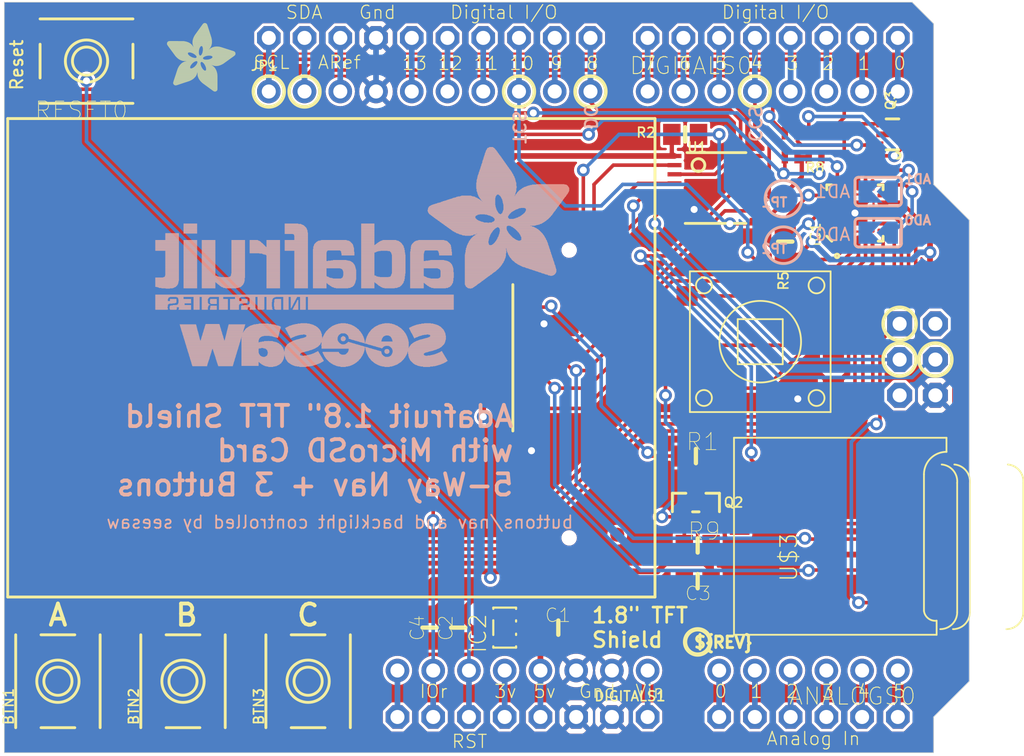
<source format=kicad_pcb>
(kicad_pcb (version 20221018) (generator pcbnew)
  (layers (0 "F.Cu" signal) (1 "In1.Cu" signal) (2 "In2.Cu" signal) (3 "In3.Cu" signal) (4 "In4.Cu" signal) (5 "In5.Cu" signal) (6 "In6.Cu" signal) (7 "In7.Cu" signal) (8 "In8.Cu" signal) (9 "In9.Cu" signal) (10 "In10.Cu" signal) (11 "In11.Cu" signal) (12 "In12.Cu" signal) (13 "In13.Cu" signal) (14 "In14.Cu" signal) (31 "B.Cu" signal) (34 "B.Paste" user) (35 "F.Paste" user) (36 "B.SilkS" user "B.Silkscreen") (37 "F.SilkS" user "F.Silkscreen") (38 "B.Mask" user) (39 "F.Mask" user) (44 "Edge.Cuts" user))
  (net 0 "")
  (net 1 "GND")
  (net 2 "SCK")
  (net 3 "SCK_3V")
  (net 4 "MOSI")
  (net 5 "MOSI_3V")
  (net 6 "MISO")
  (net 7 "+3V3")
  (net 8 "SD_CS")
  (net 9 "N$4")
  (net 10 "N$5")
  (net 11 "D9")
  (net 12 "TFT_DC")
  (net 13 "TFTDC_3V")
  (net 14 "TFT_CS")
  (net 15 "TFTRESET_3V")
  (net 16 "+5V")
  (net 17 "D7")
  (net 18 "D6")
  (net 19 "D5")
  (net 20 "D3")
  (net 21 "D2")
  (net 22 "D1")
  (net 23 "D0")
  (net 24 "AREF")
  (net 25 "A5")
  (net 26 "A4")
  (net 27 "A2")
  (net 28 "A1")
  (net 29 "A0")
  (net 30 "VIN")
  (net 31 "+3.3V")
  (net 32 "N$6")
  (net 33 "N$10")
  (net 34 "N$11")
  (net 35 "~{RESET}")
  (net 36 "N$16")
  (net 37 "N$18")
  (net 38 "TFTCS_3V")
  (net 39 "SDCS_3V")
  (net 40 "SWDIO")
  (net 41 "SWCLK")
  (net 42 "PA02_A0")
  (net 43 "PA04")
  (net 44 "PA06")
  (net 45 "PA10")
  (net 46 "PA14")
  (net 47 "PA15")
  (net 48 "PA16_D16")
  (net 49 "PA17_D17")
  (net 50 "PA22_SDA")
  (net 51 "PA23_SCL")
  (net 52 "PA24_D-")
  (net 53 "PA25_D+")
  (net 54 "IND_LED")
  (net 55 "SCL")
  (net 56 "SDA")
  (net 57 "VDDIO")
  (net 58 "PA08")
  (net 59 "PA09")
  (net 60 "PA07")
  (net 61 "PA11")
  (net 62 "PA05")
  (footprint "working:RESPACK_4X0603_NO" (layer "F.Cu") (at 170.9801 88.4936 180)
    (fp_text reference "R8")
    (fp_text value "10K")
  )
  (footprint "working:ARDUINOR3_ICSP" (layer "F.Cu") (at 114.2111 131.6736)
    (fp_text reference "M1" hide)
    (fp_text value "ARDUINO_R3_ICSP" hide)
    (fp_line (start 0 -53.34) (end 0 0) (stroke (width 0.05)) (layer "Edge.Cuts"))
    (fp_line (start 0 0) (end 66.04 0) (stroke (width 0.05)) (layer "Edge.Cuts"))
    (fp_line (start 64.516 -53.34) (end 0 -53.34) (stroke (width 0.05)) (layer "Edge.Cuts"))
    (fp_line (start 66.04 -51.816) (end 64.516 -53.34) (stroke (width 0.05)) (layer "Edge.Cuts"))
    (fp_line (start 66.04 -40.386) (end 66.04 -51.816) (stroke (width 0.05)) (layer "Edge.Cuts"))
    (fp_line (start 66.04 -2.54) (end 68.58 -5.08) (stroke (width 0.05)) (layer "Edge.Cuts"))
    (fp_line (start 66.04 0) (end 66.04 -2.54) (stroke (width 0.05)) (layer "Edge.Cuts"))
    (fp_line (start 68.58 -37.846) (end 66.04 -40.386) (stroke (width 0.05)) (layer "Edge.Cuts"))
    (fp_line (start 68.58 -5.08) (end 68.58 -37.846) (stroke (width 0.05)) (layer "Edge.Cuts"))
  )
  (footprint "working:SOT23-WIDE" (layer "F.Cu") (at 163.3601 113.8936)
    (fp_text reference "Q2")
    (fp_text value "BSS138")
  )
  (footprint "working:EVQ-Q2_SMALLER" (layer "F.Cu") (at 118.0211 126.5936 90)
    (fp_text reference "BTN1")
    (fp_text value "EVQQ")
  )
  (footprint "working:0805-NO" (layer "F.Cu") (at 169.7101 95.3516 -90)
    (fp_text reference "R5")
    (fp_text value "1K")
  )
  (footprint "working:ADAFRUIT_5MM" (layer "F.Cu") (at 125.7681 84.6836)
    (fp_text reference "U$7" hide)
    (fp_text value "" hide)
  )
  (footprint "working:FIDUCIAL_1MM" (layer "F.Cu") (at 157.7721 116.1796)
    (fp_text reference "FID3" hide)
    (fp_text value "FIDUCIAL_1MM" hide)
  )
  (footprint "working:0805-NO" (layer "F.Cu") (at 163.4871 119.4816 180)
    (fp_text reference "C3")
    (fp_text value "0.1uF")
  )
  (footprint "working:1X08_ROUND" (layer "F.Cu") (at 151.0411 125.8316 180)
    (fp_text reference "DIGITALS1")
    (fp_text value "")
  )
  (footprint "working:TSSOP16" (layer "F.Cu") (at 164.7571 91.5416 -90)
    (fp_text reference "U1")
    (fp_text value "74HC4050")
  )
  (footprint "working:SOT363" (layer "F.Cu") (at 177.3301 87.7316 90)
    (fp_text reference "Q3")
    (fp_text value "BSS138")
  )
  (footprint "working:0805-NO" (layer "F.Cu") (at 163.4871 116.9416)
    (fp_text reference "R9")
    (fp_text value "10K")
  )
  (footprint "working:0805-NO" (layer "F.Cu") (at 163.3601 110.5916)
    (fp_text reference "R1")
    (fp_text value "22 ohm")
  )
  (footprint "working:SKQUBAE010" (layer "F.Cu") (at 167.9321 102.4636)
    (fp_text reference "SW1" hide)
    (fp_text value "NAVSWITCHSKQUABAUE010" hide)
  )
  (footprint "working:1X10_ROUND" (layer "F.Cu") (at 144.4371 84.6836)
    (fp_text reference "JP1")
    (fp_text value "")
  )
  (footprint "working:SOT23-5L" (layer "F.Cu") (at 149.7711 122.7836 90)
    (fp_text reference "IC2")
    (fp_text value "AP2112K-3.3")
  )
  (footprint "working:FIDUCIAL_1MM" (layer "F.Cu") (at 117.3861 88.3666)
    (fp_text reference "FID1" hide)
    (fp_text value "FIDUCIAL_1MM" hide)
  )
  (footprint "working:1X08_ROUND" (layer "F.Cu") (at 168.8211 84.6836)
    (fp_text reference "DIGITALS0")
    (fp_text value "")
  )
  (footprint "working:PCBFEAT-REV-040" (layer "F.Cu") (at 163.4871 123.7996)
    (fp_text reference "U$9" hide)
    (fp_text value "" hide)
  )
  (footprint "working:JD-T1800" (layer "F.Cu") (at 137.4521 103.6066 90)
    (fp_text reference "U$1" hide)
    (fp_text value "DISP_LCD_JDT1800" hide)
  )
  (footprint "working:EVQ-Q2_SMALLER" (layer "F.Cu") (at 120.0531 82.5246 180)
    (fp_text reference "RESET0")
    (fp_text value "EVQQ")
  )
  (footprint "working:0805-NO" (layer "F.Cu") (at 153.5811 122.7836)
    (fp_text reference "C1")
    (fp_text value "10uF")
  )
  (footprint "working:0805-NO" (layer "F.Cu") (at 144.4371 122.7836 90)
    (fp_text reference "C4")
    (fp_text value "0.1uF")
  )
  (footprint "working:QFN24_4MM" (layer "F.Cu") (at 174.6631 93.3196 90)
    (fp_text reference "IC1")
    (fp_text value "ATSAMD09D14A-MU")
  )
  (footprint "working:MICROSD" (layer "F.Cu") (at 166.0271 123.2916 90)
    (fp_text reference "U$3")
    (fp_text value "MICROSD" hide)
  )
  (footprint "working:0805-NO" (layer "F.Cu") (at 162.5981 87.7316 180)
    (fp_text reference "R2")
    (fp_text value "10K")
  )
  (footprint "working:0805-NO" (layer "F.Cu") (at 146.4691 122.7836 90)
    (fp_text reference "C2")
    (fp_text value "10uF")
  )
  (footprint "working:EVQ-Q2_SMALLER" (layer "F.Cu") (at 126.9111 126.5936 90)
    (fp_text reference "BTN2")
    (fp_text value "EVQQ")
  )
  (footprint "working:1X06_ROUND" (layer "F.Cu") (at 171.3611 125.8316 180)
    (fp_text reference "ANALOGS0")
    (fp_text value "")
  )
  (footprint "working:EVQ-Q2_SMALLER" (layer "F.Cu") (at 135.8011 126.5936 90)
    (fp_text reference "BTN3")
    (fp_text value "EVQQ")
  )
  (footprint "working:ADAFRUIT_TEXT_30MM" (layer "B.Cu") (at 154.5971 100.1776 180)
    (fp_text reference "U$5" hide)
    (fp_text value "" hide)
  )
  (footprint "working:SOLDERJUMPER_ARROW_NOPASTE" (layer "B.Cu") (at 176.3141 91.7956 180)
    (fp_text reference "AD1")
    (fp_text value "")
  )
  (footprint "working:TESTPOINT_ROUND_2MM" (layer "B.Cu") (at 169.5831 95.6056 180)
    (fp_text reference "TP2")
    (fp_text value "")
  )
  (footprint "working:SOLDERJUMPER_ARROW_NOPASTE" (layer "B.Cu") (at 176.3141 94.7166 180)
    (fp_text reference "AD0")
    (fp_text value "")
  )
  (footprint "working:TESTPOINT_ROUND_2MM" (layer "B.Cu") (at 169.5831 92.3036 180)
    (fp_text reference "TP1")
    (fp_text value "")
  )
  (footprint "working:SEESAW_LOGO" (layer "B.Cu") (at 145.7071 104.2416 180)
    (fp_text reference "U$8" hide)
    (fp_text value "" hide)
  )
  (gr_circle (center 135.5471 84.6836) (end 136.639593 84.6836) (stroke (width 0.254)) (fill none) (layer "F.SilkS"))
  (gr_circle (center 155.8671 84.6836) (end 156.959593 84.6836) (stroke (width 0.254)) (fill none) (layer "F.SilkS"))
  (gr_circle (center 167.5511 84.6836) (end 168.643593 84.6836) (stroke (width 0.254)) (fill none) (layer "F.SilkS"))
  (gr_circle (center 180.3781 103.7336) (end 181.548981 103.7336) (stroke (width 0.254)) (fill none) (layer "F.SilkS"))
  (gr_circle (center 150.7871 84.6836) (end 151.879593 84.6836) (stroke (width 0.254)) (fill none) (layer "F.SilkS"))
  (gr_circle (center 177.8381 101.1936) (end 179.008981 101.1936) (stroke (width 0.254)) (fill none) (layer "F.SilkS"))
  (gr_circle (center 177.8381 103.7336) (end 179.008981 103.7336) (stroke (width 0.254)) (fill none) (layer "F.SilkS"))
  (gr_circle (center 133.0071 84.6836) (end 134.099593 84.6836) (stroke (width 0.254)) (fill none) (layer "F.SilkS"))
  (gr_text "Adafruit 1.8\" TFT Shield\nwith MicroSD Card\n5-Way Nav + 3 Buttons" (at 150.5331 110.2106) (layer "B.SilkS") (effects (font (size 1.5113 1.5113) (thickness 0.2667)) (justify left mirror)))
  (gr_text "TCS" (at 150.2791 88.4936 -90) (layer "B.SilkS") (effects (font (size 0.8636 0.8636) (thickness 0.1524)) (justify left bottom mirror)))
  (gr_text "CCS" (at 167.0431 88.3666 -90) (layer "B.SilkS") (effects (font (size 0.8636 0.8636) (thickness 0.1524)) (justify left bottom mirror)))
  (gr_text "buttons/nav and backlight controlled by seesaw" (at 154.7241 115.2906) (layer "B.SilkS") (effects (font (size 0.89408 0.89408) (thickness 0.12192)) (justify left mirror)))
  (gr_text "AD1" (at 174.4091 91.7956) (layer "B.SilkS") (effects (font (size 0.89408 0.89408) (thickness 0.12192)) (justify left mirror)))
  (gr_text "DC" (at 155.3591 87.4776 -90) (layer "B.SilkS") (effects (font (size 0.8636 0.8636) (thickness 0.1524)) (justify left bottom mirror)))
  (gr_text "AD0" (at 174.4091 94.8436) (layer "B.SilkS") (effects (font (size 0.89408 0.89408) (thickness 0.12192)) (justify left mirror)))
  (gr_text "Reset" (at 115.6081 84.6836 90) (layer "F.SilkS") (effects (font (size 0.87376 0.87376) (thickness 0.14224)) (justify left bottom)))
  (gr_text "B" (at 127.1651 121.8946) (layer "F.SilkS") (effects (font (size 1.5113 1.5113) (thickness 0.2667))))
  (gr_text "C" (at 135.8011 121.8946) (layer "F.SilkS") (effects (font (size 1.5113 1.5113) (thickness 0.2667))))
  (gr_text "A" (at 118.0211 121.8946) (layer "F.SilkS") (effects (font (size 1.5113 1.5113) (thickness 0.2667))))
  (gr_text "1.8\" TFT\nShield" (at 155.8671 122.7836) (layer "F.SilkS") (effects (font (size 1.0795 1.0795) (thickness 0.1905)) (justify left)))
  (segment (start 172.6631 94.0696) (end 174.6631 94.0696) (width 0.3048) (layer "F.Cu") (net 1))
  (segment (start 174.6631 94.0696) (end 174.6631 93.3196) (width 0.3048) (layer "F.Cu") (net 1))
  (via (at 174.6631 93.3196) (size 0.9064) (drill 0.5) (layers "F.Cu" "B.Cu") (net 1))
  (via (at 163.2331 93.0656) (size 0.9064) (drill 0.5) (layers "F.Cu" "B.Cu") (net 1))
  (via (at 170.5991 106.5276) (size 0.9064) (drill 0.5) (layers "F.Cu" "B.Cu") (net 1))
  (via (at 152.5651 101.1936) (size 0.9064) (drill 0.5) (layers "F.Cu" "B.Cu") (net 1))
  (via (at 151.6761 110.2106) (size 0.9064) (drill 0.5) (layers "F.Cu" "B.Cu") (net 1))
  (segment (start 140.6271 80.8736) (end 140.6271 84.6836) (width 0.4064) (layer "B.Cu") (net 1))
  (segment (start 160.4391 93.5736) (end 160.4391 94.0816) (width 0.254) (layer "F.Cu") (net 2))
  (segment (start 160.8461 93.1666) (end 160.4391 93.5736) (width 0.254) (layer "F.Cu") (net 2))
  (segment (start 161.8393 93.1666) (end 160.8461 93.1666) (width 0.254) (layer "F.Cu") (net 2))
  (via (at 160.4391 94.0816) (size 0.9064) (drill 0.5) (layers "F.Cu" "B.Cu") (net 2))
  (segment (start 170.0911 103.7336) (end 177.8381 103.7336) (width 0.254) (layer "B.Cu") (net 2))
  (segment (start 160.4391 94.0816) (end 170.0911 103.7336) (width 0.254) (layer "B.Cu") (net 2))
  (segment (start 157.6451 95.3516) (end 160.4801 92.5166) (width 0.254) (layer "F.Cu") (net 3))
  (segment (start 152.3681 104.8066) (end 153.3271 105.7656) (width 0.254) (layer "F.Cu") (net 3))
  (segment (start 176.6671 118.6916) (end 171.3891 118.6916) (width 0.254) (layer "F.Cu") (net 3))
  (segment (start 157.6451 103.7336) (end 157.6451 95.3516) (width 0.254) (layer "F.Cu") (net 3))
  (segment (start 150.5521 104.8066) (end 152.3681 104.8066) (width 0.254) (layer "F.Cu") (net 3))
  (segment (start 160.4801 92.5166) (end 161.8393 92.5166) (width 0.254) (layer "F.Cu") (net 3))
  (segment (start 171.3891 118.6916) (end 171.3611 118.7196) (width 0.254) (layer "F.Cu") (net 3))
  (segment (start 155.6131 105.7656) (end 153.3271 105.7656) (width 0.254) (layer "F.Cu") (net 3))
  (segment (start 155.6131 105.7656) (end 157.6451 103.7336) (width 0.254) (layer "F.Cu") (net 3))
  (via (at 153.3271 105.7656) (size 0.9064) (drill 0.5) (layers "F.Cu" "B.Cu") (net 3))
  (via (at 171.3611 118.7196) (size 0.9064) (drill 0.5) (layers "F.Cu" "B.Cu") (net 3))
  (segment (start 153.3271 112.6236) (end 153.3271 105.7656) (width 0.254) (layer "B.Cu") (net 3))
  (segment (start 171.3611 118.7196) (end 159.4231 118.7196) (width 0.254) (layer "B.Cu") (net 3))
  (segment (start 159.4231 118.7196) (end 153.3271 112.6236) (width 0.254) (layer "B.Cu") (net 3))
  (segment (start 159.8601 91.8666) (end 158.9151 92.8116) (width 0.254) (layer "F.Cu") (net 4))
  (segment (start 161.8393 91.8666) (end 159.8601 91.8666) (width 0.254) (layer "F.Cu") (net 4))
  (via (at 158.9151 92.8116) (size 0.9064) (drill 0.5) (layers "F.Cu" "B.Cu") (net 4))
  (segment (start 179.9971 103.7336) (end 180.3781 103.7336) (width 0.254) (layer "B.Cu") (net 4))
  (segment (start 178.7271 105.0036) (end 179.9971 103.7336) (width 0.254) (layer "B.Cu") (net 4))
  (segment (start 169.3291 105.0036) (end 158.9151 94.5896) (width 0.254) (layer "B.Cu") (net 4))
  (segment (start 169.3291 105.0036) (end 178.7271 105.0036) (width 0.254) (layer "B.Cu") (net 4))
  (segment (start 158.9151 94.5896) (end 158.9151 92.8116) (width 0.254) (layer "B.Cu") (net 4))
  (segment (start 154.0891 103.9876) (end 154.6161 104.5146) (width 0.254) (layer "F.Cu") (net 5))
  (segment (start 171.1651 116.4916) (end 171.1071 116.4336) (width 0.254) (layer "F.Cu") (net 5))
  (segment (start 150.5521 104.0066) (end 150.5331 103.9876) (width 0.254) (layer "F.Cu") (net 5))
  (segment (start 159.2401 91.2166) (end 161.8393 91.2166) (width 0.254) (layer "F.Cu") (net 5))
  (segment (start 176.6671 116.4916) (end 171.1651 116.4916) (width 0.254) (layer "F.Cu") (net 5))
  (segment (start 156.8831 103.2256) (end 156.8831 93.5736) (width 0.254) (layer "F.Cu") (net 5))
  (segment (start 155.5941 104.5146) (end 156.8831 103.2256) (width 0.254) (layer "F.Cu") (net 5))
  (segment (start 150.5331 103.9876) (end 154.0891 103.9876) (width 0.254) (layer "F.Cu") (net 5))
  (segment (start 154.6161 104.5146) (end 154.8511 104.5146) (width 0.254) (layer "F.Cu") (net 5))
  (segment (start 156.8831 93.5736) (end 159.2401 91.2166) (width 0.254) (layer "F.Cu") (net 5))
  (segment (start 154.8511 104.5146) (end 155.5941 104.5146) (width 0.254) (layer "F.Cu") (net 5))
  (via (at 171.1071 116.4336) (size 0.9064) (drill 0.5) (layers "F.Cu" "B.Cu") (net 5))
  (via (at 154.8511 104.5146) (size 0.9064) (drill 0.5) (layers "F.Cu" "B.Cu") (net 5))
  (segment (start 171.1071 116.4336) (end 158.9151 116.4336) (width 0.254) (layer "B.Cu") (net 5))
  (segment (start 154.8511 112.3696) (end 154.8511 104.5146) (width 0.254) (layer "B.Cu") (net 5))
  (segment (start 158.9151 116.4336) (end 154.8511 112.3696) (width 0.254) (layer "B.Cu") (net 5))
  (segment (start 176.6671 120.8916) (end 176.5531 121.0056) (width 0.254) (layer "F.Cu") (net 6))
  (segment (start 176.4411 108.0516) (end 176.4411 102.4636) (width 0.254) (layer "F.Cu") (net 6))
  (segment (start 177.7111 101.1936) (end 177.8381 101.1936) (width 0.254) (layer "F.Cu") (net 6))
  (segment (start 176.5531 121.0056) (end 174.9171 121.0056) (width 0.254) (layer "F.Cu") (net 6))
  (segment (start 176.4411 102.4636) (end 177.7111 101.1936) (width 0.254) (layer "F.Cu") (net 6))
  (segment (start 176.1871 108.3056) (end 176.4411 108.0516) (width 0.254) (layer "F.Cu") (net 6))
  (via (at 176.1871 108.3056) (size 0.9064) (drill 0.5) (layers "F.Cu" "B.Cu") (net 6))
  (via (at 174.9171 121.0056) (size 0.9064) (drill 0.5) (layers "F.Cu" "B.Cu") (net 6))
  (segment (start 175.6791 108.3056) (end 176.1871 108.3056) (width 0.254) (layer "B.Cu") (net 6))
  (segment (start 174.4091 120.4976) (end 174.4091 109.5756) (width 0.254) (layer "B.Cu") (net 6))
  (segment (start 174.4091 109.5756) (end 175.6791 108.3056) (width 0.254) (layer "B.Cu") (net 6))
  (segment (start 174.9171 121.0056) (end 174.4091 120.4976) (width 0.254) (layer "B.Cu") (net 6))
  (segment (start 161.6481 89.0754) (end 161.6481 87.7316) (width 0.3048) (layer "F.Cu") (net 7))
  (segment (start 178.2301 87.7316) (end 179.2351 87.7316) (width 0.4064) (layer "F.Cu") (net 7))
  (segment (start 164.5791 117.5916) (end 164.4371 117.4496) (width 0.4064) (layer "F.Cu") (net 7))
  (segment (start 181.7751 99.4156) (end 181.7751 107.5436) (width 0.4064) (layer "F.Cu") (net 7))
  (segment (start 148.2471 107.7976) (end 148.2471 106.4066) (width 0.4064) (layer "F.Cu") (net 7))
  (segment (start 179.2351 87.7316) (end 179.4891 87.9856) (width 0.4064) (layer "F.Cu") (net 7))
  (segment (start 164.4371 116.9416) (end 164.4371 118.6536) (width 0.4064) (layer "F.Cu") (net 7))
  (segment (start 179.9971 96.1136) (end 179.9971 97.6376) (width 0.4064) (layer "F.Cu") (net 7))
  (segment (start 179.9971 97.6376) (end 181.7751 99.4156) (width 0.4064) (layer "F.Cu") (net 7))
  (segment (start 177.0671 117.5916) (end 164.5791 117.5916) (width 0.4064) (layer "F.Cu") (net 7))
  (segment (start 143.4211 123.7996) (end 144.3711 123.7996) (width 0.4064) (layer "F.Cu") (net 7))
  (segment (start 181.7751 107.5436) (end 181.2671 108.0516) (width 0.4064) (layer "F.Cu") (net 7))
  (segment (start 170.5991 89.3626) (end 170.5801 89.3436) (width 0.3048) (layer "F.Cu") (net 7))
  (segment (start 170.884296 89.3436) (end 170.884296 90.748404) (width 0.3048) (layer "F.Cu") (net 7))
  (segment (start 164.4371 116.9416) (end 164.4371 117.4496) (width 0.4064) (layer "F.Cu") (net 7))
  (segment (start 144.3711 123.7996) (end 144.4371 123.7336) (width 0.4064) (layer "F.Cu") (net 7))
  (segment (start 150.5521 106.4066) (end 148.2471 106.4066) (width 0.4064) (layer "F.Cu") (net 7))
  (segment (start 148.814421 119.168279) (end 148.7551 119.2276) (width 0.4064) (layer "F.Cu") (net 7))
  (segment (start 169.3291 96.3016) (end 169.7101 96.3016) (width 0.3048) (layer "F.Cu") (net 7))
  (segment (start 150.5521 100.8066) (end 148.2471 100.8066) (width 0.4064) (layer "F.Cu") (net 7))
  (segment (start 150.5221 89.2666) (end 148.2471 91.5416) (width 0.4064) (layer "F.Cu") (net 7))
  (segment (start 148.4711 123.7336) (end 146.4691 123.7336) (width 0.4064) (layer "F.Cu") (net 7))
  (segment (start 163.9951 118.2116) (end 164.4371 118.6536) (width 0.4064) (layer "F.Cu") (net 7))
  (segment (start 148.2471 100.8066) (end 148.2471 105.5116) (width 0.4064) (layer "F.Cu") (net 7))
  (segment (start 150.5521 105.5116) (end 150.5521 105.6066) (width 0.4064) (layer "F.Cu") (net 7))
  (segment (start 170.884296 89.3436) (end 170.5801 89.3436) (width 0.3048) (layer "F.Cu") (net 7))
  (segment (start 148.2471 106.4066) (end 148.2471 105.5116) (width 0.4064) (layer "F.Cu") (net 7))
  (segment (start 148.2471 91.5416) (end 148.2471 100.8066) (width 0.4064) (layer "F.Cu") (net 7))
  (segment (start 146.4691 123.7336) (end 144.4371 123.7336) (width 0.4064) (layer "F.Cu") (net 7))
  (segment (start 179.9971 91.7956) (end 179.9971 96.1136) (width 0.4064) (layer "F.Cu") (net 7))
  (segment (start 144.3711 118.7856) (end 142.9131 120.2436) (width 0.4064) (layer "F.Cu") (net 7))
  (segment (start 168.5671 95.5396) (end 169.3291 96.3016) (width 0.3048) (layer "F.Cu") (net 7))
  (segment (start 148.814421 118.7856) (end 160.6271 118.7856) (width 0.4064) (layer "F.Cu") (net 7))
  (segment (start 179.4891 87.9856) (end 179.4891 91.2876) (width 0.4064) (layer "F.Cu") (net 7))
  (segment (start 161.8393 89.2666) (end 161.6481 89.0754) (width 0.3048) (layer "F.Cu") (net 7))
  (segment (start 160.6271 118.7856) (end 161.2011 118.2116) (width 0.4064) (layer "F.Cu") (net 7))
  (segment (start 169.8371 91.7956) (end 169.8371 92.3036) (width 0.3048) (layer "F.Cu") (net 7))
  (segment (start 148.814421 118.7856) (end 148.814421 119.168279) (width 0.4064) (layer "F.Cu") (net 7))
  (segment (start 148.2471 105.5116) (end 150.5521 105.5116) (width 0.4064) (layer "F.Cu") (net 7))
  (segment (start 178.2191 108.8136) (end 178.2191 117.4496) (width 0.4064) (layer "F.Cu") (net 7))
  (segment (start 144.3711 118.7856) (end 148.814421 118.7856) (width 0.4064) (layer "F.Cu") (net 7))
  (segment (start 176.4301 87.7316) (end 178.2301 87.7316) (width 0.4064) (layer "F.Cu") (net 7))
  (segment (start 171.8811 95.3516) (end 171.6151 95.3516) (width 0.3048) (layer "F.Cu") (net 7))
  (segment (start 161.2011 118.2116) (end 163.9951 118.2116) (width 0.4064) (layer "F.Cu") (net 7))
  (segment (start 164.4371 118.6536) (end 164.4371 119.4816) (width 0.4064) (layer "F.Cu") (net 7))
  (segment (start 169.8371 92.3036) (end 168.5671 93.5736) (width 0.3048) (layer "F.Cu") (net 7))
  (segment (start 171.3801 89.3436) (end 170.884296 89.3436) (width 0.3048) (layer "F.Cu") (net 7))
  (segment (start 142.9131 123.2916) (end 143.4211 123.7996) (width 0.4064) (layer "F.Cu") (net 7))
  (segment (start 181.2671 108.0516) (end 178.9811 108.0516) (width 0.4064) (layer "F.Cu") (net 7))
  (segment (start 161.8393 89.2666) (end 150.5221 89.2666) (width 0.4064) (layer "F.Cu") (net 7))
  (segment (start 142.9131 120.2436) (end 142.9131 123.2916) (width 0.4064) (layer "F.Cu") (net 7))
  (segment (start 172.6631 94.5696) (end 171.8811 95.3516) (width 0.254) (layer "F.Cu") (net 7))
  (segment (start 170.884296 90.748404) (end 169.8371 91.7956) (width 0.3048) (layer "F.Cu") (net 7))
  (segment (start 177.2091 117.4496) (end 177.0671 117.5916) (width 0.4064) (layer "F.Cu") (net 7))
  (segment (start 178.9811 108.0516) (end 178.2191 108.8136) (width 0.4064) (layer "F.Cu") (net 7))
  (segment (start 168.5671 93.5736) (end 168.5671 95.5396) (width 0.3048) (layer "F.Cu") (net 7))
  (segment (start 171.6151 95.3516) (end 170.6651 96.3016) (width 0.3048) (layer "F.Cu") (net 7))
  (segment (start 179.4891 91.2876) (end 179.9971 91.7956) (width 0.4064) (layer "F.Cu") (net 7))
  (segment (start 178.2191 117.4496) (end 177.2091 117.4496) (width 0.4064) (layer "F.Cu") (net 7))
  (segment (start 170.6651 96.3016) (end 169.7101 96.3016) (width 0.3048) (layer "F.Cu") (net 7))
  (via (at 179.9971 96.1136) (size 0.9064) (drill 0.5) (layers "F.Cu" "B.Cu") (net 7))
  (via (at 148.7551 119.2276) (size 0.9064) (drill 0.5) (layers "F.Cu" "B.Cu") (net 7))
  (via (at 171.6151 95.3516) (size 0.9064) (drill 0.5) (layers "F.Cu" "B.Cu") (net 7))
  (via (at 148.2471 107.7976) (size 0.9064) (drill 0.5) (layers "F.Cu" "B.Cu") (net 7))
  (segment (start 172.8851 96.6216) (end 178.7271 96.6216) (width 0.4064) (layer "B.Cu") (net 7))
  (segment (start 178.7271 96.6216) (end 179.2351 96.1136) (width 0.4064) (layer "B.Cu") (net 7))
  (segment (start 148.7551 108.3056) (end 148.2471 107.7976) (width 0.4064) (layer "B.Cu") (net 7))
  (segment (start 171.6151 95.3516) (end 172.8851 96.6216) (width 0.4064) (layer "B.Cu") (net 7))
  (segment (start 148.7551 119.2276) (end 148.7551 108.3056) (width 0.4064) (layer "B.Cu") (net 7))
  (segment (start 179.2351 96.1136) (end 179.9971 96.1136) (width 0.4064) (layer "B.Cu") (net 7))
  (segment (start 168.5671 88.4936) (end 167.5511 87.4776) (width 0.254) (layer "F.Cu") (net 8))
  (segment (start 167.5511 87.4776) (end 167.5511 84.6836) (width 0.254) (layer "F.Cu") (net 8))
  (segment (start 168.2271 92.5166) (end 168.5671 92.1766) (width 0.254) (layer "F.Cu") (net 8))
  (segment (start 167.6749 92.5166) (end 168.2271 92.5166) (width 0.254) (layer "F.Cu") (net 8))
  (segment (start 168.5671 92.1766) (end 168.5671 88.4936) (width 0.254) (layer "F.Cu") (net 8))
  (segment (start 167.5511 84.6836) (end 167.5511 80.8736) (width 0.4064) (layer "B.Cu") (net 8))
  (segment (start 152.9901 100.0066) (end 150.5521 100.0066) (width 0.254) (layer "F.Cu") (net 9))
  (segment (start 160.1851 110.5916) (end 159.9311 110.3376) (width 0.254) (layer "F.Cu") (net 9))
  (segment (start 162.4101 110.5916) (end 160.1851 110.5916) (width 0.254) (layer "F.Cu") (net 9))
  (segment (start 153.0731 99.9236) (end 152.9901 100.0066) (width 0.254) (layer "F.Cu") (net 9))
  (via (at 159.9311 110.3376) (size 0.9064) (drill 0.5) (layers "F.Cu" "B.Cu") (net 9))
  (via (at 153.0731 99.9236) (size 0.9064) (drill 0.5) (layers "F.Cu" "B.Cu") (net 9))
  (segment (start 156.6291 103.7336) (end 153.0731 100.1776) (width 0.254) (layer "B.Cu") (net 9))
  (segment (start 153.0731 100.1776) (end 153.0731 99.9236) (width 0.254) (layer "B.Cu") (net 9))
  (segment (start 159.9311 110.3376) (end 156.6291 107.0356) (width 0.254) (layer "B.Cu") (net 9))
  (segment (start 156.6291 107.0356) (end 156.6291 103.7336) (width 0.254) (layer "B.Cu") (net 9))
  (segment (start 163.3601 112.8936) (end 163.3601 112.3696) (width 0.254) (layer "F.Cu") (net 10))
  (segment (start 164.3761 110.6576) (end 164.3101 110.5916) (width 0.254) (layer "F.Cu") (net 10))
  (segment (start 164.3761 111.3536) (end 164.3761 110.6576) (width 0.254) (layer "F.Cu") (net 10))
  (segment (start 163.3601 112.3696) (end 164.3761 111.3536) (width 0.254) (layer "F.Cu") (net 10))
  (segment (start 153.3271 80.8736) (end 153.3271 84.6836) (width 0.4064) (layer "B.Cu") (net 11))
  (segment (start 156.3751 85.9536) (end 155.8671 85.4456) (width 0.254) (layer "F.Cu") (net 12))
  (segment (start 166.5351 88.7476) (end 166.5351 86.7156) (width 0.254) (layer "F.Cu") (net 12))
  (segment (start 164.7161 90.5666) (end 166.5351 88.7476) (width 0.254) (layer "F.Cu") (net 12))
  (segment (start 165.7731 85.9536) (end 156.3751 85.9536) (width 0.254) (layer "F.Cu") (net 12))
  (segment (start 155.8671 85.4456) (end 155.8671 84.6836) (width 0.254) (layer "F.Cu") (net 12))
  (segment (start 166.5351 86.7156) (end 165.7731 85.9536) (width 0.254) (layer "F.Cu") (net 12))
  (segment (start 161.8393 90.5666) (end 164.7161 90.5666) (width 0.254) (layer "F.Cu") (net 12))
  (segment (start 155.8671 80.8736) (end 155.8671 84.6836) (width 0.4064) (layer "B.Cu") (net 12))
  (segment (start 157.4921 89.9166) (end 160.2861 89.9166) (width 0.254) (layer "F.Cu") (net 13))
  (segment (start 160.6931 89.9166) (end 161.8393 89.9166) (width 0.254) (layer "F.Cu") (net 13))
  (segment (start 160.2861 89.9166) (end 160.6931 89.9166) (width 0.254) (layer "F.Cu") (net 13))
  (segment (start 155.6321 103.2066) (end 156.1211 102.7176) (width 0.254) (layer "F.Cu") (net 13))
  (segment (start 156.1211 91.2876) (end 157.4921 89.9166) (width 0.254) (layer "F.Cu") (net 13))
  (segment (start 150.5521 103.2066) (end 155.6321 103.2066) (width 0.254) (layer "F.Cu") (net 13))
  (segment (start 156.1211 102.7176) (end 156.1211 91.2876) (width 0.254) (layer "F.Cu") (net 13))
  (segment (start 167.4099 94.0816) (end 167.6749 93.8166) (width 0.254) (layer "F.Cu") (net 14))
  (segment (start 165.7731 94.0816) (end 167.4099 94.0816) (width 0.254) (layer "F.Cu") (net 14))
  (via (at 165.7731 94.0816) (size 0.9064) (drill 0.5) (layers "F.Cu" "B.Cu") (net 14))
  (segment (start 154.0891 92.8116) (end 156.6291 92.8116) (width 0.254) (layer "B.Cu") (net 14))
  (segment (start 165.5191 94.0816) (end 165.7731 94.0816) (width 0.254) (layer "B.Cu") (net 14))
  (segment (start 150.7871 80.8736) (end 150.7871 84.6836) (width 0.4064) (layer "B.Cu") (net 14))
  (segment (start 150.7871 84.6836) (end 150.7871 89.5096) (width 0.254) (layer "B.Cu") (net 14))
  (segment (start 156.6291 92.8116) (end 158.1531 91.2876) (width 0.254) (layer "B.Cu") (net 14))
  (segment (start 158.1531 91.2876) (end 162.7251 91.2876) (width 0.254) (layer "B.Cu") (net 14))
  (segment (start 150.7871 89.5096) (end 154.0891 92.8116) (width 0.254) (layer "B.Cu") (net 14))
  (segment (start 162.7251 91.2876) (end 165.5191 94.0816) (width 0.254) (layer "B.Cu") (net 14))
  (segment (start 155.3591 101.9556) (end 155.3591 90.2716) (width 0.254) (layer "F.Cu") (net 15))
  (segment (start 165.0111 87.7316) (end 163.5481 87.7316) (width 0.254) (layer "F.Cu") (net 15))
  (segment (start 173.1391 96.6216) (end 173.9131 95.8476) (width 0.254) (layer "F.Cu") (net 15))
  (segment (start 154.9081 102.4066) (end 155.3591 101.9556) (width 0.254) (layer "F.Cu") (net 15))
  (segment (start 173.9131 95.8476) (end 173.9131 95.3196) (width 0.254) (layer "F.Cu") (net 15))
  (segment (start 167.0431 96.1136) (end 168.4401 97.5106) (width 0.254) (layer "F.Cu") (net 15))
  (segment (start 170.4721 97.5106) (end 171.3611 96.6216) (width 0.254) (layer "F.Cu") (net 15))
  (segment (start 168.4401 97.5106) (end 170.4721 97.5106) (width 0.254) (layer "F.Cu") (net 15))
  (segment (start 150.5521 102.4066) (end 154.9081 102.4066) (width 0.254) (layer "F.Cu") (net 15))
  (segment (start 171.3611 96.6216) (end 173.1391 96.6216) (width 0.254) (layer "F.Cu") (net 15))
  (via (at 165.0111 87.7316) (size 0.9064) (drill 0.5) (layers "F.Cu" "B.Cu") (net 15))
  (via (at 155.3591 90.2716) (size 0.9064) (drill 0.5) (layers "F.Cu" "B.Cu") (net 15))
  (via (at 167.0431 96.1136) (size 0.9064) (drill 0.5) (layers "F.Cu" "B.Cu") (net 15))
  (segment (start 165.0111 91.7956) (end 165.0111 87.7316) (width 0.254) (layer "B.Cu") (net 15))
  (segment (start 155.3591 90.2716) (end 157.8991 87.7316) (width 0.254) (layer "B.Cu") (net 15))
  (segment (start 167.0431 93.8276) (end 167.0431 96.1136) (width 0.254) (layer "B.Cu") (net 15))
  (segment (start 161.7091 87.7316) (end 165.0111 87.7316) (width 0.254) (layer "B.Cu") (net 15))
  (segment (start 165.0111 91.7956) (end 167.0431 93.8276) (width 0.254) (layer "B.Cu") (net 15))
  (segment (start 157.8991 87.7316) (end 161.7091 87.7316) (width 0.254) (layer "B.Cu") (net 15))
  (segment (start 151.0711 123.7336) (end 152.3111 123.7336) (width 0.4064) (layer "F.Cu") (net 16))
  (segment (start 152.3111 123.7336) (end 152.3111 123.7996) (width 0.4064) (layer "F.Cu") (net 16))
  (segment (start 152.6311 121.8336) (end 152.6311 122.7836) (width 0.4064) (layer "F.Cu") (net 16))
  (segment (start 151.0711 121.8336) (end 152.6311 121.8336) (width 0.4064) (layer "F.Cu") (net 16))
  (segment (start 152.3111 123.1036) (end 152.6311 122.7836) (width 0.4064) (layer "F.Cu") (net 16))
  (segment (start 152.3111 125.8316) (end 152.3111 123.7996) (width 0.4064) (layer "F.Cu") (net 16))
  (segment (start 152.3111 123.7336) (end 152.3111 123.1036) (width 0.4064) (layer "F.Cu") (net 16))
  (segment (start 152.3111 125.8316) (end 152.3111 129.1336) (width 0.4064) (layer "B.Cu") (net 16))
  (segment (start 159.9311 80.8736) (end 159.9311 84.6836) (width 0.4064) (layer "B.Cu") (net 17))
  (segment (start 162.4711 84.6836) (end 162.4711 80.8736) (width 0.4064) (layer "B.Cu") (net 18))
  (segment (start 165.0111 80.8736) (end 165.0111 84.6836) (width 0.4064) (layer "B.Cu") (net 19))
  (segment (start 170.0911 80.8736) (end 170.0911 84.6836) (width 0.4064) (layer "B.Cu") (net 20))
  (segment (start 172.6311 84.6836) (end 172.6311 80.8736) (width 0.4064) (layer "B.Cu") (net 21))
  (segment (start 175.1711 80.8736) (end 175.1711 84.6836) (width 0.4064) (layer "B.Cu") (net 22))
  (segment (start 177.7111 80.8736) (end 177.7111 84.6836) (width 0.4064) (layer "B.Cu") (net 23))
  (segment (start 138.0871 80.8736) (end 138.0871 84.6836) (width 0.4064) (layer "B.Cu") (net 24))
  (segment (start 177.7111 129.1336) (end 177.7111 125.8316) (width 0.4064) (layer "B.Cu") (net 25))
  (segment (start 175.1711 125.8316) (end 175.1711 129.1336) (width 0.4064) (layer "B.Cu") (net 26))
  (segment (start 170.0911 125.8316) (end 170.0911 129.1336) (width 0.4064) (layer "B.Cu") (net 27))
  (segment (start 167.5511 129.1336) (end 167.5511 125.8316) (width 0.4064) (layer "B.Cu") (net 28))
  (segment (start 165.0111 125.8316) (end 165.0111 129.1336) (width 0.4064) (layer "B.Cu") (net 29))
  (segment (start 159.9311 125.8316) (end 159.9311 129.1336) (width 0.4064) (layer "B.Cu") (net 30))
  (segment (start 149.7711 129.1336) (end 149.7711 125.8316) (width 0.4064) (layer "B.Cu") (net 31))
  (segment (start 143.1671 80.8736) (end 143.1671 84.6836) (width 0.4064) (layer "B.Cu") (net 32))
  (segment (start 145.7071 80.8736) (end 145.7071 84.6836) (width 0.4064) (layer "B.Cu") (net 33))
  (segment (start 148.2471 80.8736) (end 148.2471 84.6836) (width 0.4064) (layer "B.Cu") (net 34))
  (segment (start 120.0531 83.9216) (end 120.0531 84.5246) (width 0.254) (layer "F.Cu") (net 35))
  (segment (start 151.8031 86.2076) (end 124.8361 86.2076) (width 0.254) (layer "F.Cu") (net 35))
  (segment (start 173.4131 91.3196) (end 173.4131 90.0376) (width 0.254) (layer "F.Cu") (net 35))
  (segment (start 116.9531 84.5246) (end 120.0531 84.5246) (width 0.254) (layer "F.Cu") (net 35))
  (segment (start 120.0531 84.5246) (end 123.1531 84.5246) (width 0.254) (layer "F.Cu") (net 35))
  (segment (start 173.4131 90.0376) (end 173.3931 90.0176) (width 0.254) (layer "F.Cu") (net 35))
  (segment (start 124.8361 86.2076) (end 123.1531 84.5246) (width 0.254) (layer "F.Cu") (net 35))
  (via (at 120.0531 83.9216) (size 0.9064) (drill 0.5) (layers "F.Cu" "B.Cu") (net 35))
  (via (at 151.8031 86.2076) (size 0.9064) (drill 0.5) (layers "F.Cu" "B.Cu") (net 35))
  (via (at 173.3931 90.0176) (size 0.9064) (drill 0.5) (layers "F.Cu" "B.Cu") (net 35))
  (segment (start 147.2311 115.4176) (end 120.0531 88.2396) (width 0.254) (layer "B.Cu") (net 35))
  (segment (start 172.8851 89.5096) (end 169.5831 89.5096) (width 0.254) (layer "B.Cu") (net 35))
  (segment (start 169.5831 89.5096) (end 166.2811 86.2076) (width 0.254) (layer "B.Cu") (net 35))
  (segment (start 120.0531 88.2396) (end 120.0531 83.9216) (width 0.254) (layer "B.Cu") (net 35))
  (segment (start 147.2311 129.1336) (end 147.2311 125.8316) (width 0.4064) (layer "B.Cu") (net 35))
  (segment (start 173.3931 90.0176) (end 172.8851 89.5096) (width 0.254) (layer "B.Cu") (net 35))
  (segment (start 166.2811 86.2076) (end 151.8031 86.2076) (width 0.254) (layer "B.Cu") (net 35))
  (segment (start 147.2311 125.8316) (end 147.2311 115.4176) (width 0.254) (layer "B.Cu") (net 35))
  (segment (start 172.6311 129.1336) (end 172.6311 125.8316) (width 0.4064) (layer "B.Cu") (net 36))
  (segment (start 142.1511 129.1336) (end 142.1511 125.8316) (width 0.4064) (layer "B.Cu") (net 37))
  (segment (start 167.6749 93.1666) (end 165.4181 93.1666) (width 0.254) (layer "F.Cu") (net 38))
  (segment (start 158.4071 104.2416) (end 158.4071 100.1776) (width 0.254) (layer "F.Cu") (net 38))
  (segment (start 150.5521 107.2066) (end 155.4421 107.2066) (width 0.254) (layer "F.Cu") (net 38))
  (segment (start 158.4071 100.1776) (end 165.4181 93.1666) (width 0.254) (layer "F.Cu") (net 38))
  (segment (start 155.4421 107.2066) (end 158.4071 104.2416) (width 0.254) (layer "F.Cu") (net 38))
  (segment (start 167.2971 110.8456) (end 167.2971 110.3376) (width 0.254) (layer "F.Cu") (net 39))
  (segment (start 176.2671 115.3916) (end 171.8431 115.3916) (width 0.254) (layer "F.Cu") (net 39))
  (segment (start 159.4231 96.3676) (end 161.4551 96.3676) (width 0.254) (layer "F.Cu") (net 39))
  (segment (start 165.9561 91.8666) (end 167.6749 91.8666) (width 0.254) (layer "F.Cu") (net 39))
  (segment (start 161.4551 96.3676) (end 165.9561 91.8666) (width 0.254) (layer "F.Cu") (net 39))
  (segment (start 171.8431 115.3916) (end 167.2971 110.8456) (width 0.254) (layer "F.Cu") (net 39))
  (via (at 167.2971 110.3376) (size 0.9064) (drill 0.5) (layers "F.Cu" "B.Cu") (net 39))
  (via (at 159.4231 96.3676) (size 0.9064) (drill 0.5) (layers "F.Cu" "B.Cu") (net 39))
  (segment (start 167.2971 110.3376) (end 167.2971 104.2416) (width 0.254) (layer "B.Cu") (net 39))
  (segment (start 167.2971 104.2416) (end 159.4231 96.3676) (width 0.254) (layer "B.Cu") (net 39))
  (segment (start 172.6631 92.5696) (end 172.1111 92.5696) (width 0.254) (layer "F.Cu") (net 40))
  (segment (start 171.8691 92.8116) (end 171.8691 93.5736) (width 0.254) (layer "F.Cu") (net 40))
  (segment (start 172.1111 92.5696) (end 171.8691 92.8116) (width 0.254) (layer "F.Cu") (net 40))
  (segment (start 171.8691 93.5736) (end 171.3611 94.0816) (width 0.254) (layer "F.Cu") (net 40))
  (via (at 171.3611 94.0816) (size 0.9064) (drill 0.5) (layers "F.Cu" "B.Cu") (net 40))
  (segment (start 171.1071 94.0816) (end 171.3611 94.0816) (width 0.254) (layer "B.Cu") (net 40))
  (segment (start 169.5831 95.6056) (end 171.1071 94.0816) (width 0.254) (layer "B.Cu") (net 40))
  (segment (start 169.7101 93.7006) (end 171.3611 92.0496) (width 0.254) (layer "F.Cu") (net 41))
  (segment (start 169.7101 94.4016) (end 169.7101 93.7006) (width 0.254) (layer "F.Cu") (net 41))
  (segment (start 172.6631 92.0696) (end 171.3811 92.0696) (width 0.254) (layer "F.Cu") (net 41))
  (segment (start 172.6431 92.0496) (end 172.6631 92.0696) (width 0.254) (layer "F.Cu") (net 41))
  (segment (start 171.3811 92.0696) (end 171.3611 92.0496) (width 0.254) (layer "F.Cu") (net 41))
  (via (at 171.3611 92.0496) (size 0.9064) (drill 0.5) (layers "F.Cu" "B.Cu") (net 41))
  (segment (start 169.5831 92.3036) (end 169.8371 92.0496) (width 0.254) (layer "B.Cu") (net 41))
  (segment (start 169.8371 92.0496) (end 171.3611 92.0496) (width 0.254) (layer "B.Cu") (net 41))
  (segment (start 174.4131 96.1096) (end 173.3931 97.1296) (width 0.254) (layer "F.Cu") (net 43))
  (segment (start 162.5371 115.0206) (end 162.4101 114.8936) (width 0.254) (layer "F.Cu") (net 43))
  (segment (start 162.5371 116.9416) (end 162.5371 115.0206) (width 0.254) (layer "F.Cu") (net 43))
  (segment (start 174.4131 95.3196) (end 174.4131 96.1096) (width 0.254) (layer "F.Cu") (net 43))
  (segment (start 162.4101 114.8936) (end 162.3941 114.9096) (width 0.254) (layer "F.Cu") (net 43))
  (segment (start 173.3931 97.1296) (end 171.6151 97.1296) (width 0.254) (layer "F.Cu") (net 43))
  (segment (start 161.2011 98.6536) (end 161.2011 106.2736) (width 0.254) (layer "F.Cu") (net 43))
  (segment (start 170.5991 98.1456) (end 161.7091 98.1456) (width 0.254) (layer "F.Cu") (net 43))
  (segment (start 162.3941 114.9096) (end 160.9471 114.9096) (width 0.254) (layer "F.Cu") (net 43))
  (segment (start 161.7091 98.1456) (end 161.2011 98.6536) (width 0.254) (layer "F.Cu") (net 43))
  (segment (start 161.2011 106.2736) (end 161.2011 106.5276) (width 0.254) (layer "F.Cu") (net 43))
  (segment (start 171.6151 97.1296) (end 170.5991 98.1456) (width 0.254) (layer "F.Cu") (net 43))
  (via (at 161.2011 106.2736) (size 0.9064) (drill 0.5) (layers "F.Cu" "B.Cu") (net 43))
  (via (at 160.9471 114.9096) (size 0.9064) (drill 0.5) (layers "F.Cu" "B.Cu") (net 43))
  (segment (start 161.2011 108.1786) (end 161.2011 106.2736) (width 0.254) (layer "B.Cu") (net 43))
  (segment (start 161.7091 113.7666) (end 161.7091 108.6866) (width 0.254) (layer "B.Cu") (net 43))
  (segment (start 160.9471 114.5286) (end 161.7091 113.7666) (width 0.254) (layer "B.Cu") (net 43))
  (segment (start 160.9471 114.9096) (end 160.9471 114.5286) (width 0.254) (layer "B.Cu") (net 43))
  (segment (start 161.7091 108.6866) (end 161.2011 108.1786) (width 0.254) (layer "B.Cu") (net 43))
  (segment (start 172.1231 98.1456) (end 171.9961 98.2726) (width 0.254) (layer "F.Cu") (net 44))
  (segment (start 171.9961 98.2726) (end 171.9961 100.9396) (width 0.254) (layer "F.Cu") (net 44))
  (segment (start 175.4131 95.3196) (end 175.4131 96.6336) (width 0.254) (layer "F.Cu") (net 44))
  (segment (start 162.9281 102.7176) (end 162.7321 102.9136) (width 0.254) (layer "F.Cu") (net 44))
  (segment (start 171.9961 100.9396) (end 170.2181 102.7176) (width 0.254) (layer "F.Cu") (net 44))
  (segment (start 175.4131 96.6336) (end 173.9011 98.1456) (width 0.254) (layer "F.Cu") (net 44))
  (segment (start 173.9011 98.1456) (end 172.1231 98.1456) (width 0.254) (layer "F.Cu") (net 44))
  (segment (start 162.9281 102.7176) (end 170.2181 102.7176) (width 0.254) (layer "F.Cu") (net 44))
  (segment (start 177.9651 98.6536) (end 177.7111 98.9076) (width 0.254) (layer "F.Cu") (net 45))
  (segment (start 174.6631 106.7816) (end 173.6471 107.7976) (width 0.254) (layer "F.Cu") (net 45))
  (segment (start 119.7991 121.5136) (end 119.7991 123.2716) (width 0.254) (layer "F.Cu") (net 45))
  (segment (start 175.4251 101.1936) (end 174.6631 101.9556) (width 0.254) (layer "F.Cu") (net 45))
  (segment (start 176.1871 98.9076) (end 175.4251 99.6696) (width 0.254) (layer "F.Cu") (net 45))
  (segment (start 150.0251 116.6876) (end 124.6251 116.6876) (width 0.254) (layer "F.Cu") (net 45))
  (segment (start 176.6631 93.5696) (end 177.4531 93.5696) (width 0.254) (layer "F.Cu") (net 45))
  (segment (start 177.9651 94.0816) (end 177.9651 98.6536) (width 0.254) (layer "F.Cu") (net 45))
  (segment (start 158.9151 107.7976) (end 150.0251 116.6876) (width 0.254) (layer "F.Cu") (net 45))
  (segment (start 175.4251 99.6696) (end 175.4251 101.1936) (width 0.254) (layer "F.Cu") (net 45))
  (segment (start 120.0211 129.6936) (end 120.0211 123.4936) (width 0.254) (layer "F.Cu") (net 45))
  (segment (start 173.6471 107.7976) (end 158.9151 107.7976) (width 0.254) (layer "F.Cu") (net 45))
  (segment (start 177.7111 98.9076) (end 176.1871 98.9076) (width 0.254) (layer "F.Cu") (net 45))
  (segment (start 119.7991 123.2716) (end 120.0211 123.4936) (width 0.254) (layer "F.Cu") (net 45))
  (segment (start 124.6251 116.6876) (end 119.7991 121.5136) (width 0.254) (layer "F.Cu") (net 45))
  (segment (start 177.4531 93.5696) (end 177.9651 94.0816) (width 0.254) (layer "F.Cu") (net 45))
  (segment (start 174.6631 101.9556) (end 174.6631 106.7816) (width 0.254) (layer "F.Cu") (net 45))
  (segment (start 178.4731 99.9236) (end 178.9811 99.4156) (width 0.254) (layer "F.Cu") (net 46))
  (segment (start 174.1551 108.8136) (end 159.4231 108.8136) (width 0.254) (layer "F.Cu") (net 46))
  (segment (start 178.9811 93.5736) (end 177.9651 92.5576) (width 0.254) (layer "F.Cu") (net 46))
  (segment (start 176.6951 99.9236) (end 178.4731 99.9236) (width 0.254) (layer "F.Cu") (net 46))
  (segment (start 176.6951 99.9236) (end 176.4411 100.1776) (width 0.254) (layer "F.Cu") (net 46))
  (segment (start 137.8011 129.6936) (end 137.8011 123.4936) (width 0.254) (layer "F.Cu") (net 46))
  (segment (start 175.9331 102.2096) (end 175.9331 107.0356) (width 0.254) (layer "F.Cu") (net 46))
  (segment (start 177.9651 92.5576) (end 176.6751 92.5576) (width 0.254) (layer "F.Cu") (net 46))
  (segment (start 178.9811 99.4156) (end 178.9811 93.5736) (width 0.254) (layer "F.Cu") (net 46))
  (segment (start 176.6751 92.5576) (end 176.6631 92.5696) (width 0.254) (layer "F.Cu") (net 46))
  (segment (start 176.4411 100.1776) (end 176.4411 101.7016) (width 0.254) (layer "F.Cu") (net 46))
  (segment (start 141.3891 117.7036) (end 137.8011 121.2916) (width 0.254) (layer "F.Cu") (net 46))
  (segment (start 150.5331 117.7036) (end 141.3891 117.7036) (width 0.254) (layer "F.Cu") (net 46))
  (segment (start 137.8011 121.2916) (end 137.8011 123.4936) (width 0.254) (layer "F.Cu") (net 46))
  (segment (start 175.9331 107.0356) (end 174.1551 108.8136) (width 0.254) (layer "F.Cu") (net 46))
  (segment (start 176.4411 101.7016) (end 175.9331 102.2096) (width 0.254) (layer "F.Cu") (net 46))
  (segment (start 159.4231 108.8136) (end 150.5331 117.7036) (width 0.254) (layer "F.Cu") (net 46))
  (segment (start 178.2511 91.3196) (end 178.7271 91.7956) (width 0.254) (layer "F.Cu") (net 48))
  (segment (start 175.9131 91.3196) (end 178.2511 91.3196) (width 0.254) (layer "F.Cu") (net 48))
  (via (at 178.7271 91.7956) (size 0.9064) (drill 0.5) (layers "F.Cu" "B.Cu") (net 48))
  (segment (start 177.3301 94.7166) (end 178.7271 93.3196) (width 0.254) (layer "B.Cu") (net 48))
  (segment (start 178.7271 93.3196) (end 178.7271 91.7956) (width 0.254) (layer "B.Cu") (net 48))
  (segment (start 175.4131 91.3196) (end 175.4131 90.7916) (width 0.254) (layer "F.Cu") (net 49))
  (segment (start 175.4131 90.7916) (end 175.6791 90.5256) (width 0.254) (layer "F.Cu") (net 49))
  (segment (start 177.4571 90.5256) (end 177.7111 90.2716) (width 0.254) (layer "F.Cu") (net 49))
  (segment (start 177.7111 90.2716) (end 178.4731 90.2716) (width 0.254) (layer "F.Cu") (net 49))
  (segment (start 175.6791 90.5256) (end 177.4571 90.5256) (width 0.254) (layer "F.Cu") (net 49))
  (via (at 178.4731 90.2716) (size 0.9064) (drill 0.5) (layers "F.Cu" "B.Cu") (net 49))
  (segment (start 177.3301 91.4146) (end 178.4731 90.2716) (width 0.254) (layer "B.Cu") (net 49))
  (segment (start 177.3301 91.7956) (end 177.3301 91.4146) (width 0.254) (layer "B.Cu") (net 49))
  (segment (start 171.3801 87.6436) (end 171.3801 86.4806) (width 0.254) (layer "F.Cu") (net 50))
  (segment (start 178.2301 88.4826) (end 177.4571 89.2556) (width 0.254) (layer "F.Cu") (net 50))
  (segment (start 174.9131 91.3196) (end 174.9131 90.5296) (width 0.254) (layer "F.Cu") (net 50))
  (segment (start 176.1871 89.2556) (end 177.4571 89.2556) (width 0.254) (layer "F.Cu") (net 50))
  (segment (start 174.9131 90.5296) (end 176.1871 89.2556) (width 0.254) (layer "F.Cu") (net 50))
  (segment (start 178.2301 88.4816) (end 178.2301 88.4826) (width 0.254) (layer "F.Cu") (net 50))
  (segment (start 171.3801 86.4806) (end 171.3611 86.4616) (width 0.254) (layer "F.Cu") (net 50))
  (via (at 171.3611 86.4616) (size 0.9064) (drill 0.5) (layers "F.Cu" "B.Cu") (net 50))
  (via (at 177.4571 89.2556) (size 0.9064) (drill 0.5) (layers "F.Cu" "B.Cu") (net 50))
  (segment (start 175.1711 86.4616) (end 177.4571 88.7476) (width 0.254) (layer "B.Cu") (net 50))
  (segment (start 177.4571 88.7476) (end 177.4571 89.2556) (width 0.254) (layer "B.Cu") (net 50))
  (segment (start 171.3611 86.4616) (end 175.1711 86.4616) (width 0.254) (layer "B.Cu") (net 50))
  (segment (start 173.9011 88.4936) (end 173.9011 87.7316) (width 0.254) (layer "F.Cu") (net 51))
  (segment (start 173.9011 89.0016) (end 173.9011 88.4936) (width 0.254) (layer "F.Cu") (net 51))
  (segment (start 174.4131 91.3196) (end 174.4131 89.5136) (width 0.254) (layer "F.Cu") (net 51))
  (segment (start 170.5801 87.6436) (end 170.5801 88.2206) (width 0.254) (layer "F.Cu") (net 51))
  (segment (start 173.9011 87.7316) (end 174.6511 86.9816) (width 0.254) (layer "F.Cu") (net 51))
  (segment (start 170.5801 88.2206) (end 170.8531 88.4936) (width 0.254) (layer "F.Cu") (net 51))
  (segment (start 174.6511 86.9816) (end 176.4301 86.9816) (width 0.254) (layer "F.Cu") (net 51))
  (segment (start 174.4131 89.5136) (end 173.9011 89.0016) (width 0.254) (layer "F.Cu") (net 51))
  (segment (start 170.8531 88.4936) (end 173.9011 88.4936) (width 0.254) (layer "F.Cu") (net 51))
  (segment (start 172.7881 87.6436) (end 173.9011 86.5306) (width 0.254) (layer "F.Cu") (net 55))
  (segment (start 178.2301 86.9816) (end 178.2301 86.2186) (width 0.254) (layer "F.Cu") (net 55))
  (segment (start 178.2301 86.2186) (end 177.9651 85.9536) (width 0.254) (layer "F.Cu") (net 55))
  (segment (start 133.0071 84.6836) (end 133.0071 83.6676) (width 0.254) (layer "F.Cu") (net 55))
  (segment (start 173.9011 86.5306) (end 173.9011 85.9536) (width 0.254) (layer "F.Cu") (net 55))
  (segment (start 172.2801 87.6436) (end 172.7881 87.6436) (width 0.254) (layer "F.Cu") (net 55))
  (segment (start 173.9011 83.1596) (end 173.9011 85.9536) (width 0.254) (layer "F.Cu") (net 55))
  (segment (start 133.0071 83.6676) (end 134.2771 82.3976) (width 0.254) (layer "F.Cu") (net 55))
  (segment (start 173.1391 82.3976) (end 173.9011 83.1596) (width 0.254) (layer "F.Cu") (net 55))
  (segment (start 177.9651 85.9536) (end 173.9011 85.9536) (width 0.254) (layer "F.Cu") (net 55))
  (segment (start 134.2771 82.3976) (end 173.1391 82.3976) (width 0.254) (layer "F.Cu") (net 55))
  (segment (start 133.0071 80.8736) (end 133.0071 84.6836) (width 0.4064) (layer "B.Cu") (net 55))
  (segment (start 135.5471 84.6836) (end 135.5471 83.6676) (width 0.254) (layer "F.Cu") (net 56))
  (segment (start 175.5401 88.4936) (end 174.7901 88.4936) (width 0.254) (layer "F.Cu") (net 56))
  (segment (start 168.8211 83.6676) (end 168.3131 83.1596) (width 0.254) (layer "F.Cu") (net 56))
  (segment (start 175.5521 88.4816) (end 175.5401 88.4936) (width 0.254) (layer "F.Cu") (net 56))
  (segment (start 168.5671 86.4616) (end 168.8211 86.2076) (width 0.254) (layer "F.Cu") (net 56))
  (segment (start 168.5671 86.4616) (end 168.5326 86.4961) (width 0.254) (layer "F.Cu") (net 56))
  (segment (start 135.5471 83.6676) (end 136.0551 83.1596) (width 0.254) (layer "F.Cu") (net 56))
  (segment (start 136.0551 83.1596) (end 168.3131 83.1596) (width 0.254) (layer "F.Cu") (net 56))
  (segment (start 168.8211 86.2076) (end 168.8211 83.6676) (width 0.254) (layer "F.Cu") (net 56))
  (segment (start 176.4301 88.4816) (end 175.5521 88.4816) (width 0.254) (layer "F.Cu") (net 56))
  (segment (start 168.5326 86.4961) (end 169.6801 87.6436) (width 0.254) (layer "F.Cu") (net 56))
  (segment (start 175.5521 88.4816) (end 175.4131 88.4816) (width 0.254) (layer "F.Cu") (net 56))
  (via (at 174.7901 88.4936) (size 0.9064) (drill 0.5) (layers "F.Cu" "B.Cu") (net 56))
  (via (at 168.5671 86.4616) (size 0.9064) (drill 0.5) (layers "F.Cu" "B.Cu") (net 56))
  (segment (start 170.3451 88.4936) (end 168.5671 86.7156) (width 0.254) (layer "B.Cu") (net 56))
  (segment (start 174.7901 88.4936) (end 170.3451 88.4936) (width 0.254) (layer "B.Cu") (net 56))
  (segment (start 135.5471 80.8736) (end 135.5471 84.6836) (width 0.4064) (layer "B.Cu") (net 56))
  (segment (start 168.5671 86.7156) (end 168.5671 86.4616) (width 0.254) (layer "B.Cu") (net 56))
  (segment (start 144.6911 93.0656) (end 144.6911 115.1636) (width 0.254) (layer "F.Cu") (net 57))
  (segment (start 150.0251 87.7316) (end 144.6911 93.0656) (width 0.254) (layer "F.Cu") (net 57))
  (segment (start 169.6801 89.3436) (end 169.6801 90.4286) (width 0.254) (layer "F.Cu") (net 57))
  (segment (start 172.2801 90.3686) (end 172.1231 90.5256) (width 0.254) (layer "F.Cu") (net 57))
  (segment (start 155.7401 87.7316) (end 150.0251 87.7316) (width 0.254) (layer "F.Cu") (net 57))
  (segment (start 169.6801 90.4286) (end 169.5831 90.5256) (width 0.254) (layer "F.Cu") (net 57))
  (segment (start 172.2801 89.3436) (end 172.2801 90.3686) (width 0.254) (layer "F.Cu") (net 57))
  (via (at 169.5831 90.5256) (size 0.9064) (drill 0.5) (layers "F.Cu" "B.Cu") (net 57))
  (via (at 155.7401 87.7316) (size 0.9064) (drill 0.5) (layers "F.Cu" "B.Cu") (net 57))
  (via (at 144.6911 115.1636) (size 0.9064) (drill 0.5) (layers "F.Cu" "B.Cu") (net 57))
  (via (at 172.1231 90.5256) (size 0.9064) (drill 0.5) (layers "F.Cu" "B.Cu") (net 57))
  (segment (start 156.7561 86.7156) (end 155.7401 87.7316) (width 0.254) (layer "B.Cu") (net 57))
  (segment (start 144.6911 115.1636) (end 144.6911 125.8316) (width 0.254) (layer "B.Cu") (net 57))
  (segment (start 172.1231 90.5256) (end 169.5831 90.5256) (width 0.254) (layer "B.Cu") (net 57))
  (segment (start 169.4561 90.5256) (end 169.5831 90.5256) (width 0.254) (layer "B.Cu") (net 57))
  (segment (start 156.7561 86.7156) (end 165.6461 86.7156) (width 0.254) (layer "B.Cu") (net 57))
  (segment (start 165.6461 86.7156) (end 169.4561 90.5256) (width 0.254) (layer "B.Cu") (net 57))
  (segment (start 144.6911 129.1336) (end 144.6911 125.8316) (width 0.4064) (layer "B.Cu") (net 57))
  (segment (start 168.3131 105.7656) (end 162.7841 105.7656) (width 0.254) (layer "F.Cu") (net 58))
  (segment (start 175.6791 97.8916) (end 174.4091 99.1616) (width 0.254) (layer "F.Cu") (net 58))
  (segment (start 173.3931 101.7016) (end 172.3771 101.7016) (width 0.254) (layer "F.Cu") (net 58))
  (segment (start 162.7841 105.7656) (end 162.7321 105.7136) (width 0.254) (layer "F.Cu") (net 58))
  (segment (start 176.4411 97.8916) (end 175.6791 97.8916) (width 0.254) (layer "F.Cu") (net 58))
  (segment (start 174.4091 99.1616) (end 174.4091 100.6856) (width 0.254) (layer "F.Cu") (net 58))
  (segment (start 176.6631 97.6696) (end 176.4411 97.8916) (width 0.254) (layer "F.Cu") (net 58))
  (segment (start 172.3771 101.7016) (end 168.3131 105.7656) (width 0.254) (layer "F.Cu") (net 58))
  (segment (start 174.4091 100.6856) (end 173.3931 101.7016) (width 0.254) (layer "F.Cu") (net 58))
  (segment (start 176.6631 94.5696) (end 176.6631 97.6696) (width 0.254) (layer "F.Cu") (net 58))
  (segment (start 177.1911 94.0696) (end 177.4571 94.3356) (width 0.254) (layer "F.Cu") (net 59))
  (segment (start 173.3861 102.4706) (end 174.9171 100.9396) (width 0.254) (layer "F.Cu") (net 59))
  (segment (start 175.9331 98.3996) (end 174.9171 99.4156) (width 0.254) (layer "F.Cu") (net 59))
  (segment (start 177.4571 98.1456) (end 177.2031 98.3996) (width 0.254) (layer "F.Cu") (net 59))
  (segment (start 177.4571 94.3356) (end 177.4571 98.1456) (width 0.254) (layer "F.Cu") (net 59))
  (segment (start 177.2031 98.3996) (end 175.9331 98.3996) (width 0.254) (layer "F.Cu") (net 59))
  (segment (start 176.6631 94.0696) (end 177.1911 94.0696) (width 0.254) (layer "F.Cu") (net 59))
  (segment (start 173.1321 102.9136) (end 173.7051 102.9136) (width 0.254) (layer "F.Cu") (net 59))
  (segment (start 173.1321 102.9136) (end 173.3861 102.6596) (width 0.254) (layer "F.Cu") (net 59))
  (segment (start 174.9171 99.4156) (end 174.9171 100.9396) (width 0.254) (layer "F.Cu") (net 59))
  (segment (start 173.3861 102.6596) (end 173.3861 102.4706) (width 0.254) (layer "F.Cu") (net 59))
  (segment (start 175.9131 95.3196) (end 175.9131 96.9406) (width 0.254) (layer "F.Cu") (net 60))
  (segment (start 173.6401 99.2136) (end 173.1321 99.2136) (width 0.254) (layer "F.Cu") (net 60))
  (segment (start 175.9131 96.9406) (end 173.6401 99.2136) (width 0.254) (layer "F.Cu") (net 60))
  (segment (start 133.2611 117.1956) (end 128.9431 121.5136) (width 0.254) (layer "F.Cu") (net 61))
  (segment (start 176.6631 93.0696) (end 177.7151 93.0696) (width 0.254) (layer "F.Cu") (net 61))
  (segment (start 175.9331 101.4476) (end 175.2291 102.1516) (width 0.254) (layer "F.Cu") (net 61))
  (segment (start 173.9011 108.3056) (end 159.1691 108.3056) (width 0.254) (layer "F.Cu") (net 61))
  (segment (start 176.4411 99.4156) (end 175.9331 99.9236) (width 0.254) (layer "F.Cu") (net 61))
  (segment (start 177.9651 99.4156) (end 176.4411 99.4156) (width 0.254) (layer "F.Cu") (net 61))
  (segment (start 128.9111 129.6936) (end 128.9111 123.4936) (width 0.254) (layer "F.Cu") (net 61))
  (segment (start 178.4731 98.9076) (end 177.9651 99.4156) (width 0.254) (layer "F.Cu") (net 61))
  (segment (start 128.9431 121.5136) (end 128.9431 123.4616) (width 0.254) (layer "F.Cu") (net 61))
  (segment (start 177.7151 93.0696) (end 178.4731 93.8276) (width 0.254) (layer "F.Cu") (net 61))
  (segment (start 175.2291 102.1516) (end 175.2291 106.9776) (width 0.254) (layer "F.Cu") (net 61))
  (segment (start 128.9431 123.4616) (end 128.9111 123.4936) (width 0.254) (layer "F.Cu") (net 61))
  (segment (start 175.2291 106.9776) (end 173.9011 108.3056) (width 0.254) (layer "F.Cu") (net 61))
  (segment (start 150.2791 117.1956) (end 133.2611 117.1956) (width 0.254) (layer "F.Cu") (net 61))
  (segment (start 178.4731 93.8276) (end 178.4731 98.9076) (width 0.254) (layer "F.Cu") (net 61))
  (segment (start 159.1691 108.3056) (end 150.2791 117.1956) (width 0.254) (layer "F.Cu") (net 61))
  (segment (start 175.9331 99.9236) (end 175.9331 101.4476) (width 0.254) (layer "F.Cu") (net 61))
  (segment (start 174.9131 95.3196) (end 174.9131 96.3716) (width 0.254) (layer "F.Cu") (net 62))
  (segment (start 170.2931 99.2136) (end 162.7321 99.2136) (width 0.254) (layer "F.Cu") (net 62))
  (segment (start 173.6471 97.6376) (end 171.8691 97.6376) (width 0.254) (layer "F.Cu") (net 62))
  (segment (start 171.8691 97.6376) (end 170.2931 99.2136) (width 0.254) (layer "F.Cu") (net 62))
  (segment (start 174.9131 96.3716) (end 173.6471 97.6376) (width 0.254) (layer "F.Cu") (net 62))
  (zone (net 1) (net_name "GND") (layer "F.Cu") (priority 6) (connect_pads (clearance 0.000001)) (min_thickness 0.1524) (fill yes (thermal_gap 0.3548) (thermal_bridge_width 0.3548))
    (polygon (pts (xy 182.9435 131.826) (xy 114.0587 131.826) (xy 114.0587 78.1812) (xy 182.9435 78.1812)))
  )
  (zone (net 1) (net_name "GND") (layer "B.Cu") (priority 6) (connect_pads (clearance 0.000001)) (min_thickness 0.1524) (fill yes (thermal_gap 0.3548) (thermal_bridge_width 0.3548))
    (polygon (pts (xy 182.9435 131.826) (xy 114.0587 131.826) (xy 114.0587 78.1812) (xy 182.9435 78.1812)))
  )
)
</source>
